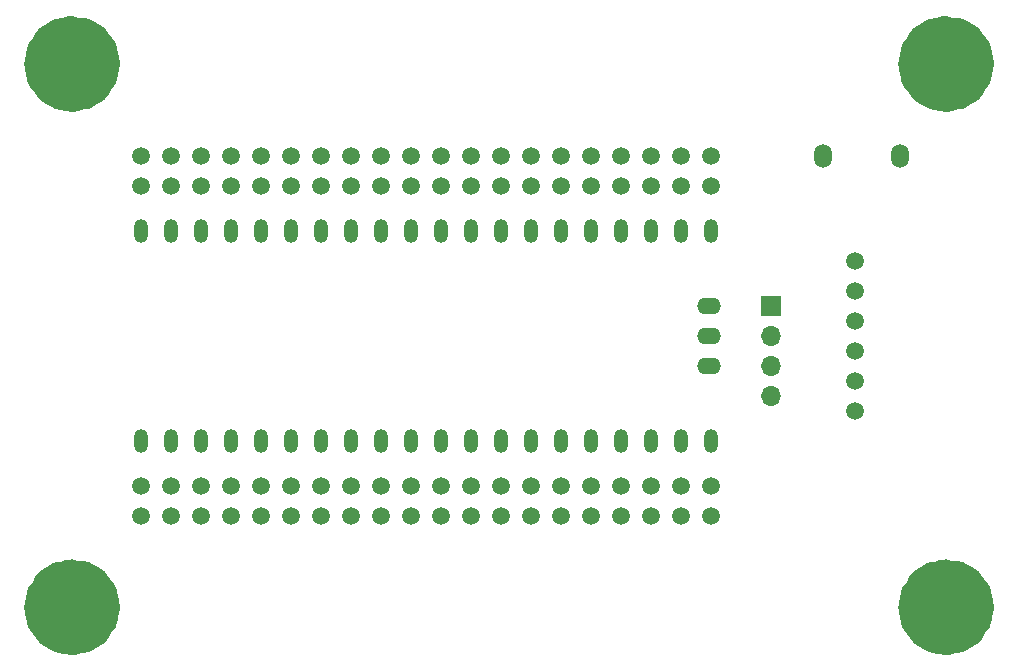
<source format=gbs>
G04 #@! TF.GenerationSoftware,KiCad,Pcbnew,(7.0.0)*
G04 #@! TF.CreationDate,2023-02-19T17:41:55+09:00*
G04 #@! TF.ProjectId,RPiPico_SimpleBoard,52506950-6963-46f5-9f53-696d706c6542,rev?*
G04 #@! TF.SameCoordinates,PX1496ff0PY1496ff0*
G04 #@! TF.FileFunction,Soldermask,Bot*
G04 #@! TF.FilePolarity,Negative*
%FSLAX46Y46*%
G04 Gerber Fmt 4.6, Leading zero omitted, Abs format (unit mm)*
G04 Created by KiCad (PCBNEW (7.0.0)) date 2023-02-19 17:41:55*
%MOMM*%
%LPD*%
G01*
G04 APERTURE LIST*
%ADD10C,4.050000*%
%ADD11C,1.500000*%
%ADD12O,1.500000X2.000000*%
%ADD13O,1.200000X2.000000*%
%ADD14O,2.000000X1.400000*%
%ADD15C,3.200000*%
%ADD16R,1.700000X1.700000*%
%ADD17O,1.700000X1.700000*%
G04 APERTURE END LIST*
D10*
X-27975000Y23000000D02*
G75*
G03*
X-27975000Y23000000I-2025000J0D01*
G01*
X46025000Y23000000D02*
G75*
G03*
X46025000Y23000000I-2025000J0D01*
G01*
X-27975000Y-23000000D02*
G75*
G03*
X-27975000Y-23000000I-2025000J0D01*
G01*
X46025000Y-23000000D02*
G75*
G03*
X46025000Y-23000000I-2025000J0D01*
G01*
D11*
G04 #@! TO.C,J5*
X36265000Y6350000D03*
X36265000Y3810000D03*
X36265000Y1270000D03*
X36265000Y-1270000D03*
X36265000Y-3810000D03*
X36265000Y-6350000D03*
G04 #@! TD*
D12*
G04 #@! TO.C,SW1*
X33579999Y15239999D03*
X40079999Y15239999D03*
G04 #@! TD*
D13*
G04 #@! TO.C,U1*
X-24129999Y-8889999D03*
X-21589999Y-8889999D03*
X-19049999Y-8889999D03*
X-16509999Y-8889999D03*
X-13969999Y-8889999D03*
X-11429999Y-8889999D03*
X-8889999Y-8889999D03*
X-6349999Y-8889999D03*
X-3809999Y-8889999D03*
X-1269999Y-8889999D03*
X1269999Y-8889999D03*
X3809999Y-8889999D03*
X6349999Y-8889999D03*
X8889999Y-8889999D03*
X11429999Y-8889999D03*
X13969999Y-8889999D03*
X16509999Y-8889999D03*
X19049999Y-8889999D03*
X21589999Y-8889999D03*
X24129999Y-8889999D03*
X24129999Y8889999D03*
X21589999Y8889999D03*
X19049999Y8889999D03*
X16509999Y8889999D03*
X13969999Y8889999D03*
X11429999Y8889999D03*
X8889999Y8889999D03*
X6349999Y8889999D03*
X3809999Y8889999D03*
X1269999Y8889999D03*
X-1269999Y8889999D03*
X-3809999Y8889999D03*
X-6349999Y8889999D03*
X-8889999Y8889999D03*
X-11429999Y8889999D03*
X-13969999Y8889999D03*
X-16509999Y8889999D03*
X-19049999Y8889999D03*
X-21589999Y8889999D03*
X-24129999Y8889999D03*
D14*
X23899999Y-2539999D03*
X23899999Y0D03*
X23899999Y2539999D03*
G04 #@! TD*
D15*
G04 #@! TO.C,H4*
X44000000Y-23000000D03*
G04 #@! TD*
G04 #@! TO.C,H2*
X-30000000Y23000000D03*
G04 #@! TD*
D11*
G04 #@! TO.C,J3*
X-24130000Y12700000D03*
X-21590000Y12700000D03*
X-19050000Y12700000D03*
X-16510000Y12700000D03*
X-13970000Y12700000D03*
X-11430000Y12700000D03*
X-8890000Y12700000D03*
X-6350000Y12700000D03*
X-3810000Y12700000D03*
X-1270000Y12700000D03*
X1270000Y12700000D03*
X3810000Y12700000D03*
X6350000Y12700000D03*
X8890000Y12700000D03*
X11430000Y12700000D03*
X13970000Y12700000D03*
X16510000Y12700000D03*
X19050000Y12700000D03*
X21590000Y12700000D03*
X24130000Y12700000D03*
G04 #@! TD*
G04 #@! TO.C,J1*
X-24130000Y-15240000D03*
X-21590000Y-15240000D03*
X-19050000Y-15240000D03*
X-16510000Y-15240000D03*
X-13970000Y-15240000D03*
X-11430000Y-15240000D03*
X-8890000Y-15240000D03*
X-6350000Y-15240000D03*
X-3810000Y-15240000D03*
X-1270000Y-15240000D03*
X1270000Y-15240000D03*
X3810000Y-15240000D03*
X6350000Y-15240000D03*
X8890000Y-15240000D03*
X11430000Y-15240000D03*
X13970000Y-15240000D03*
X16510000Y-15240000D03*
X19050000Y-15240000D03*
X21590000Y-15240000D03*
X24130000Y-15240000D03*
G04 #@! TD*
G04 #@! TO.C,J2*
X-24130000Y-12700000D03*
X-21590000Y-12700000D03*
X-19050000Y-12700000D03*
X-16510000Y-12700000D03*
X-13970000Y-12700000D03*
X-11430000Y-12700000D03*
X-8890000Y-12700000D03*
X-6350000Y-12700000D03*
X-3810000Y-12700000D03*
X-1270000Y-12700000D03*
X1270000Y-12700000D03*
X3810000Y-12700000D03*
X6350000Y-12700000D03*
X8890000Y-12700000D03*
X11430000Y-12700000D03*
X13970000Y-12700000D03*
X16510000Y-12700000D03*
X19050000Y-12700000D03*
X21590000Y-12700000D03*
X24130000Y-12700000D03*
G04 #@! TD*
G04 #@! TO.C,J4*
X-24130000Y15240000D03*
X-21590000Y15240000D03*
X-19050000Y15240000D03*
X-16510000Y15240000D03*
X-13970000Y15240000D03*
X-11430000Y15240000D03*
X-8890000Y15240000D03*
X-6350000Y15240000D03*
X-3810000Y15240000D03*
X-1270000Y15240000D03*
X1270000Y15240000D03*
X3810000Y15240000D03*
X6350000Y15240000D03*
X8890000Y15240000D03*
X11430000Y15240000D03*
X13970000Y15240000D03*
X16510000Y15240000D03*
X19050000Y15240000D03*
X21590000Y15240000D03*
X24130000Y15240000D03*
G04 #@! TD*
D16*
G04 #@! TO.C,J6*
X29209999Y2539999D03*
D17*
X29209999Y0D03*
X29209999Y-2539999D03*
X29209999Y-5079999D03*
G04 #@! TD*
D15*
G04 #@! TO.C,H3*
X44000000Y23000000D03*
G04 #@! TD*
G04 #@! TO.C,H1*
X-30000000Y-23000000D03*
G04 #@! TD*
M02*

</source>
